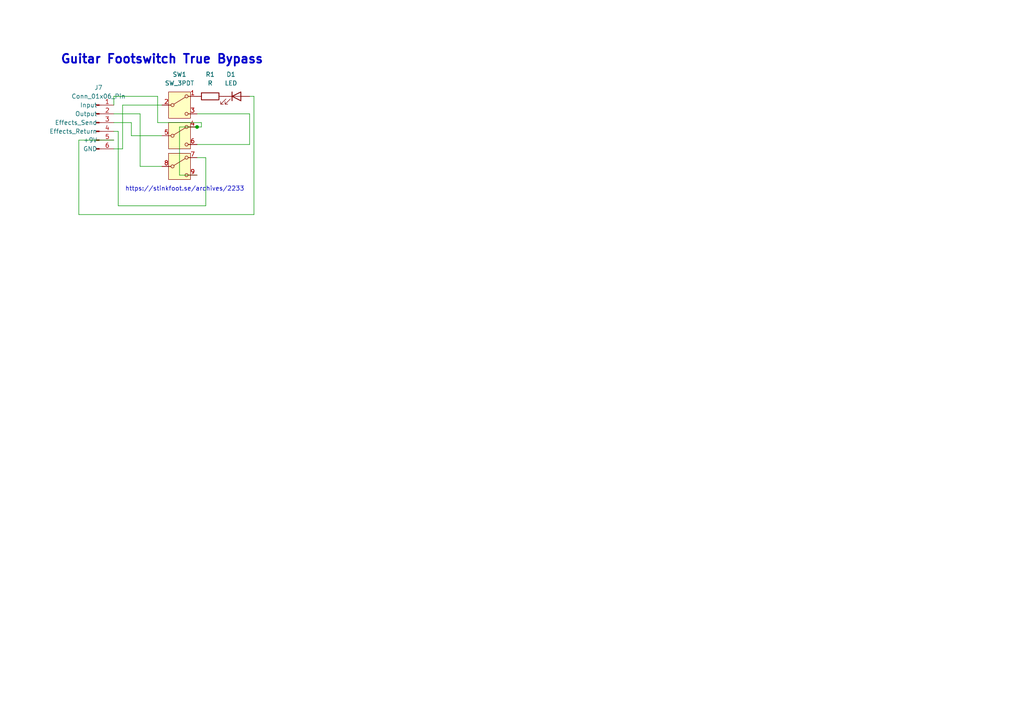
<source format=kicad_sch>
(kicad_sch (version 20231120) (generator "eeschema") (generator_version "8.0")
  (paper "A4")
  (lib_symbols
    (symbol "Connector:Conn_01x06_Pin" (pin_names (offset 1.016))
      (property "Reference" "J7" (at 0.635 10.16 0))
      (property "Value" "Conn_01x06_Pin" (at 0.635 7.62 0))
      (symbol "Conn_01x06_Pin_1_1"
        (polyline (pts (xy 1.27 -7.62) (xy 0.8636 -7.62)) (stroke (width 0.1524)))
        (polyline (pts (xy 1.27 -5.08) (xy 0.8636 -5.08)) (stroke (width 0.1524)))
        (polyline (pts (xy 1.27 -2.54) (xy 0.8636 -2.54)) (stroke (width 0.1524)))
        (polyline (pts (xy 1.27 0) (xy 0.8636 0)) (stroke (width 0.1524)))
        (polyline (pts (xy 1.27 2.54) (xy 0.8636 2.54)) (stroke (width 0.1524)))
        (polyline (pts (xy 1.27 5.08) (xy 0.8636 5.08)) (stroke (width 0.1524)))
        (rectangle (start 0.8636 -7.493) (end 0 -7.747) (stroke (width 0.1524)) (fill (type outline)))
        (rectangle (start 0.8636 -4.953) (end 0 -5.207) (stroke (width 0.1524)) (fill (type outline)))
        (rectangle (start 0.8636 -2.413) (end 0 -2.667) (stroke (width 0.1524)) (fill (type outline)))
        (rectangle (start 0.8636 0.127) (end 0 -0.127) (stroke (width 0.1524)) (fill (type outline)))
        (rectangle (start 0.8636 2.667) (end 0 2.413) (stroke (width 0.1524)) (fill (type outline)))
        (rectangle (start 0.8636 5.207) (end 0 4.953) (stroke (width 0.1524)) (fill (type outline)))
        (pin passive line (at 5.08 5.08 180) (length 3.81) (name "Input") (number "1"))
        (pin passive line (at 5.08 2.54 180) (length 3.81) (name "Output") (number "2"))
        (pin passive line (at 5.08 0 180) (length 3.81) (name "Effects_Send") (number "3"))
        (pin passive line (at 5.08 -2.54 180) (length 3.81) (name "Effects_Return") (number "4"))
        (pin passive line (at 5.08 -5.08 180) (length 3.81) (name "+9V") (number "5"))
        (pin passive line (at 5.08 -7.62 180) (length 3.81) (name "GND") (number "6"))
      )
    )
    (symbol "Device:LED" (pin_numbers hide) (pin_names (offset 1.016) hide)
      (property "Reference" "D" (at 0 2.54 0))
      (property "Value" "LED" (at 0 -2.54 0))
      (symbol "LED_0_1"
        (polyline (pts (xy -1.27 -1.27) (xy -1.27 1.27)) (stroke (width 0.254)))
        (polyline (pts (xy -1.27 0) (xy 1.27 0)))
        (polyline (pts (xy 1.27 -1.27) (xy 1.27 1.27) (xy -1.27 0) (xy 1.27 -1.27)) (stroke (width 0.254)))
        (polyline (pts (xy -3.048 -0.762) (xy -4.572 -2.286) (xy -3.81 -2.286) (xy -4.572 -2.286) (xy -4.572 -1.524)))
        (polyline (pts (xy -1.778 -0.762) (xy -3.302 -2.286) (xy -2.54 -2.286) (xy -3.302 -2.286) (xy -3.302 -1.524)))
      )
      (symbol "LED_1_1"
        (pin passive line (at -3.81 0 0) (length 2.54) (name "K") (number "1"))
        (pin passive line (at 3.81 0 180) (length 2.54) (name "A") (number "2"))
      )
    )
    (symbol "Device:R" (pin_numbers hide) (pin_names (offset 0))
      (property "Reference" "R" (at 2.032 0 90))
      (property "Value" "R" (at 0 0 90))
      (symbol "R_0_1"
        (rectangle (start -1.016 -2.54) (end 1.016 2.54) (stroke (width 0.254)))
      )
      (symbol "R_1_1"
        (pin passive line (at 0 3.81 270) (length 1.27) (name "~") (number "1"))
        (pin passive line (at 0 -3.81 90) (length 1.27) (name "~") (number "2"))
      )
    )
    (symbol "Library:SW_3PDT" (pin_names (offset 0) hide)
      (property "Reference" "SW1" (at 0 8.89 0))
      (property "Value" "SW_3PDT" (at 0 6.35 0))
      (symbol "SW_3PDT_0_1"
        (circle (center -2.032 -17.78) (radius 0.4572))
        (circle (center -2.032 -8.89) (radius 0.4572))
        (circle (center -2.032 0) (radius 0.4572))
        (polyline (pts (xy -1.651 -17.526) (xy 1.651 -15.494)))
        (polyline (pts (xy -1.651 -8.636) (xy 1.651 -6.604)))
        (polyline (pts (xy -1.651 0.254) (xy 1.651 2.286)))
        (circle (center 2.032 -20.32) (radius 0.4572))
        (circle (center 2.032 -15.24) (radius 0.4572))
        (circle (center 2.032 -11.43) (radius 0.4572))
        (circle (center 2.032 -6.35) (radius 0.4572))
        (circle (center 2.032 -2.54) (radius 0.4572))
        (circle (center 2.032 2.54) (radius 0.4572))
      )
      (symbol "SW_3PDT_1_1"
        (rectangle (start -3.175 -13.97) (end 3.175 -21.59) (fill (type background)))
        (rectangle (start -3.175 -5.08) (end 3.175 -12.7) (fill (type background)))
        (rectangle (start -3.175 3.81) (end 3.175 -3.81) (fill (type background)))
        (pin passive line (at 5.08 2.54 180) (length 2.54) (name "A") (number "1"))
        (pin passive line (at -5.08 0 0) (length 2.54) (name "B") (number "2"))
        (pin passive line (at 5.08 -2.54 180) (length 2.54) (name "C") (number "3"))
        (pin passive line (at 5.08 -6.35 180) (length 2.54) (name "D") (number "4"))
        (pin passive line (at -5.08 -8.89 0) (length 2.54) (name "E") (number "5"))
        (pin passive line (at 5.08 -11.43 180) (length 2.54) (name "F") (number "6"))
        (pin passive line (at 5.08 -15.24 180) (length 2.54) (name "G") (number "7"))
        (pin passive line (at -5.08 -17.78 0) (length 2.54) (name "H") (number "8"))
        (pin passive line (at 5.08 -20.32 180) (length 2.54) (name "I") (number "9"))
      )
    )
  )
  (junction (at 57.15 36.83))
  (wire (pts (xy 45.72 27.94) (xy 45.72 35.56)))
  (wire (pts (xy 46.99 30.48) (xy 35.56 30.48)))
  (wire (pts (xy 33.02 40.64) (xy 22.86 40.64)))
  (wire (pts (xy 59.69 45.72) (xy 59.69 59.69)))
  (wire (pts (xy 57.15 45.72) (xy 59.69 45.72)))
  (wire (pts (xy 35.56 43.18) (xy 33.02 43.18)))
  (wire (pts (xy 72.39 33.02) (xy 72.39 41.91)))
  (wire (pts (xy 38.1 39.37) (xy 38.1 35.56)))
  (wire (pts (xy 52.07 36.83) (xy 57.15 36.83)))
  (wire (pts (xy 38.1 35.56) (xy 33.02 35.56)))
  (wire (pts (xy 72.39 41.91) (xy 57.15 41.91)))
  (wire (pts (xy 73.66 62.23) (xy 73.66 27.94)))
  (wire (pts (xy 45.72 35.56) (xy 58.42 35.56)))
  (wire (pts (xy 35.56 30.48) (xy 35.56 43.18)))
  (wire (pts (xy 40.64 33.02) (xy 33.02 33.02)))
  (wire (pts (xy 34.29 38.1) (xy 33.02 38.1)))
  (wire (pts (xy 46.99 48.26) (xy 40.64 48.26)))
  (wire (pts (xy 58.42 35.56) (xy 58.42 36.83)))
  (wire (pts (xy 57.15 33.02) (xy 72.39 33.02)))
  (wire (pts (xy 52.07 50.8) (xy 52.07 36.83)))
  (wire (pts (xy 33.02 27.94) (xy 45.72 27.94)))
  (wire (pts (xy 57.15 50.8) (xy 52.07 50.8)))
  (wire (pts (xy 22.86 62.23) (xy 73.66 62.23)))
  (wire (pts (xy 59.69 59.69) (xy 34.29 59.69)))
  (wire (pts (xy 46.99 39.37) (xy 38.1 39.37)))
  (wire (pts (xy 34.29 59.69) (xy 34.29 38.1)))
  (wire (pts (xy 22.86 40.64) (xy 22.86 62.23)))
  (wire (pts (xy 58.42 36.83) (xy 57.15 36.83)))
  (wire (pts (xy 33.02 30.48) (xy 33.02 27.94)))
  (wire (pts (xy 73.66 27.94) (xy 72.39 27.94)))
  (wire (pts (xy 40.64 48.26) (xy 40.64 33.02)))
  (text "Guitar Footswitch True Bypass" (at 46.99 17.272 0) (effects (font (size 2.54 2.54) (thickness 0.508) (bold yes))))
  (text "https://stinkfoot.se/archives/2233" (at 53.594 54.864 0) (effects (font (size 1.27 1.27))))
  (symbol (lib_id "Device:R") (at 60.96 27.94 90) (unit 1)
    (property "Reference" "R1" (at 60.96 21.59 90))
    (property "Value" "R" (at 60.96 24.13 90))
    (property "Footprint" "Resistor_THT:R_Axial_DIN0207_L6.3mm_D2.5mm_P7.62mm_Horizontal" (effects (hide yes)))
    (property "Description" "Resistor" (effects (hide yes)))
  )
  (symbol (lib_id "Connector:Conn_01x06_Pin") (at 27.94 35.56 0) (unit 1)
    (property "Reference" "J7" (at 28.575 25.4 0))
    (property "Value" "Conn_01x06_Pin" (at 28.575 27.94 0))
    (property "Footprint" "Connector_PinHeader_2.54mm:PinHeader_1x06_P2.54mm_Vertical" (effects (hide yes)))
    (property "Description" "Generic connector, single row, 01x06, script generated" (effects (hide yes)))
  )
  (symbol (lib_id "Library:SW_3PDT") (at 52.07 30.48 0) (unit 1)
    (property "Reference" "SW1" (at 52.07 21.59 0))
    (property "Value" "SW_3PDT" (at 52.07 24.13 0))
    (property "Footprint" "Library:STOMP-SWITCH-3PDT_DaierTek" (effects (hide yes)))
    (property "Description" "Switch, single pole double throw" (effects (hide yes)))
  )
  (symbol (lib_id "Device:LED") (at 68.58 27.94 0) (unit 1)
    (property "Reference" "D1" (at 66.9925 21.59 0))
    (property "Value" "LED" (at 66.9925 24.13 0))
    (property "Footprint" "Connector_PinHeader_2.54mm:PinHeader_1x02_P2.54mm_Vertical" (effects (hide yes)))
    (property "Description" "Light emitting diode" (effects (hide yes)))
  )
)
</source>
